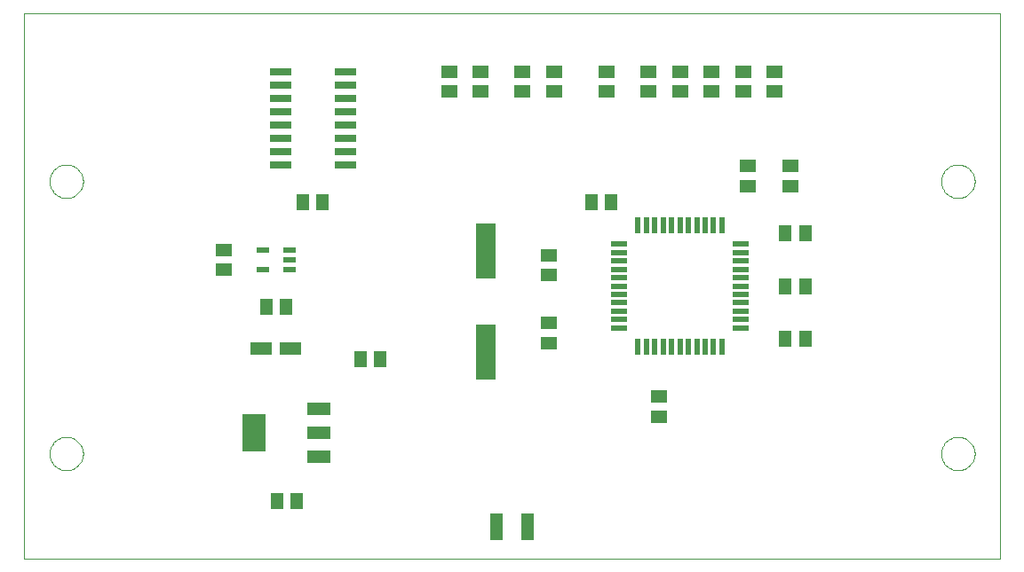
<source format=gtp>
G75*
G70*
%OFA0B0*%
%FSLAX24Y24*%
%IPPOS*%
%LPD*%
%AMOC8*
5,1,8,0,0,1.08239X$1,22.5*
%
%ADD10C,0.0000*%
%ADD11R,0.0512X0.0591*%
%ADD12R,0.0591X0.0512*%
%ADD13R,0.0500X0.1000*%
%ADD14R,0.0472X0.0217*%
%ADD15R,0.0800X0.0260*%
%ADD16R,0.0880X0.0480*%
%ADD17R,0.0866X0.1417*%
%ADD18R,0.0787X0.0472*%
%ADD19R,0.0591X0.0197*%
%ADD20R,0.0197X0.0591*%
%ADD21R,0.0760X0.2100*%
D10*
X000377Y000377D02*
X036991Y000377D01*
X036991Y020849D01*
X000377Y020849D01*
X000377Y000377D01*
X001322Y004314D02*
X001324Y004364D01*
X001330Y004414D01*
X001340Y004463D01*
X001354Y004511D01*
X001371Y004558D01*
X001392Y004603D01*
X001417Y004647D01*
X001445Y004688D01*
X001477Y004727D01*
X001511Y004764D01*
X001548Y004798D01*
X001588Y004828D01*
X001630Y004855D01*
X001674Y004879D01*
X001720Y004900D01*
X001767Y004916D01*
X001815Y004929D01*
X001865Y004938D01*
X001914Y004943D01*
X001965Y004944D01*
X002015Y004941D01*
X002064Y004934D01*
X002113Y004923D01*
X002161Y004908D01*
X002207Y004890D01*
X002252Y004868D01*
X002295Y004842D01*
X002336Y004813D01*
X002375Y004781D01*
X002411Y004746D01*
X002443Y004708D01*
X002473Y004668D01*
X002500Y004625D01*
X002523Y004581D01*
X002542Y004535D01*
X002558Y004487D01*
X002570Y004438D01*
X002578Y004389D01*
X002582Y004339D01*
X002582Y004289D01*
X002578Y004239D01*
X002570Y004190D01*
X002558Y004141D01*
X002542Y004093D01*
X002523Y004047D01*
X002500Y004003D01*
X002473Y003960D01*
X002443Y003920D01*
X002411Y003882D01*
X002375Y003847D01*
X002336Y003815D01*
X002295Y003786D01*
X002252Y003760D01*
X002207Y003738D01*
X002161Y003720D01*
X002113Y003705D01*
X002064Y003694D01*
X002015Y003687D01*
X001965Y003684D01*
X001914Y003685D01*
X001865Y003690D01*
X001815Y003699D01*
X001767Y003712D01*
X001720Y003728D01*
X001674Y003749D01*
X001630Y003773D01*
X001588Y003800D01*
X001548Y003830D01*
X001511Y003864D01*
X001477Y003901D01*
X001445Y003940D01*
X001417Y003981D01*
X001392Y004025D01*
X001371Y004070D01*
X001354Y004117D01*
X001340Y004165D01*
X001330Y004214D01*
X001324Y004264D01*
X001322Y004314D01*
X001322Y014550D02*
X001324Y014600D01*
X001330Y014650D01*
X001340Y014699D01*
X001354Y014747D01*
X001371Y014794D01*
X001392Y014839D01*
X001417Y014883D01*
X001445Y014924D01*
X001477Y014963D01*
X001511Y015000D01*
X001548Y015034D01*
X001588Y015064D01*
X001630Y015091D01*
X001674Y015115D01*
X001720Y015136D01*
X001767Y015152D01*
X001815Y015165D01*
X001865Y015174D01*
X001914Y015179D01*
X001965Y015180D01*
X002015Y015177D01*
X002064Y015170D01*
X002113Y015159D01*
X002161Y015144D01*
X002207Y015126D01*
X002252Y015104D01*
X002295Y015078D01*
X002336Y015049D01*
X002375Y015017D01*
X002411Y014982D01*
X002443Y014944D01*
X002473Y014904D01*
X002500Y014861D01*
X002523Y014817D01*
X002542Y014771D01*
X002558Y014723D01*
X002570Y014674D01*
X002578Y014625D01*
X002582Y014575D01*
X002582Y014525D01*
X002578Y014475D01*
X002570Y014426D01*
X002558Y014377D01*
X002542Y014329D01*
X002523Y014283D01*
X002500Y014239D01*
X002473Y014196D01*
X002443Y014156D01*
X002411Y014118D01*
X002375Y014083D01*
X002336Y014051D01*
X002295Y014022D01*
X002252Y013996D01*
X002207Y013974D01*
X002161Y013956D01*
X002113Y013941D01*
X002064Y013930D01*
X002015Y013923D01*
X001965Y013920D01*
X001914Y013921D01*
X001865Y013926D01*
X001815Y013935D01*
X001767Y013948D01*
X001720Y013964D01*
X001674Y013985D01*
X001630Y014009D01*
X001588Y014036D01*
X001548Y014066D01*
X001511Y014100D01*
X001477Y014137D01*
X001445Y014176D01*
X001417Y014217D01*
X001392Y014261D01*
X001371Y014306D01*
X001354Y014353D01*
X001340Y014401D01*
X001330Y014450D01*
X001324Y014500D01*
X001322Y014550D01*
X034786Y014550D02*
X034788Y014600D01*
X034794Y014650D01*
X034804Y014699D01*
X034818Y014747D01*
X034835Y014794D01*
X034856Y014839D01*
X034881Y014883D01*
X034909Y014924D01*
X034941Y014963D01*
X034975Y015000D01*
X035012Y015034D01*
X035052Y015064D01*
X035094Y015091D01*
X035138Y015115D01*
X035184Y015136D01*
X035231Y015152D01*
X035279Y015165D01*
X035329Y015174D01*
X035378Y015179D01*
X035429Y015180D01*
X035479Y015177D01*
X035528Y015170D01*
X035577Y015159D01*
X035625Y015144D01*
X035671Y015126D01*
X035716Y015104D01*
X035759Y015078D01*
X035800Y015049D01*
X035839Y015017D01*
X035875Y014982D01*
X035907Y014944D01*
X035937Y014904D01*
X035964Y014861D01*
X035987Y014817D01*
X036006Y014771D01*
X036022Y014723D01*
X036034Y014674D01*
X036042Y014625D01*
X036046Y014575D01*
X036046Y014525D01*
X036042Y014475D01*
X036034Y014426D01*
X036022Y014377D01*
X036006Y014329D01*
X035987Y014283D01*
X035964Y014239D01*
X035937Y014196D01*
X035907Y014156D01*
X035875Y014118D01*
X035839Y014083D01*
X035800Y014051D01*
X035759Y014022D01*
X035716Y013996D01*
X035671Y013974D01*
X035625Y013956D01*
X035577Y013941D01*
X035528Y013930D01*
X035479Y013923D01*
X035429Y013920D01*
X035378Y013921D01*
X035329Y013926D01*
X035279Y013935D01*
X035231Y013948D01*
X035184Y013964D01*
X035138Y013985D01*
X035094Y014009D01*
X035052Y014036D01*
X035012Y014066D01*
X034975Y014100D01*
X034941Y014137D01*
X034909Y014176D01*
X034881Y014217D01*
X034856Y014261D01*
X034835Y014306D01*
X034818Y014353D01*
X034804Y014401D01*
X034794Y014450D01*
X034788Y014500D01*
X034786Y014550D01*
X034786Y004314D02*
X034788Y004364D01*
X034794Y004414D01*
X034804Y004463D01*
X034818Y004511D01*
X034835Y004558D01*
X034856Y004603D01*
X034881Y004647D01*
X034909Y004688D01*
X034941Y004727D01*
X034975Y004764D01*
X035012Y004798D01*
X035052Y004828D01*
X035094Y004855D01*
X035138Y004879D01*
X035184Y004900D01*
X035231Y004916D01*
X035279Y004929D01*
X035329Y004938D01*
X035378Y004943D01*
X035429Y004944D01*
X035479Y004941D01*
X035528Y004934D01*
X035577Y004923D01*
X035625Y004908D01*
X035671Y004890D01*
X035716Y004868D01*
X035759Y004842D01*
X035800Y004813D01*
X035839Y004781D01*
X035875Y004746D01*
X035907Y004708D01*
X035937Y004668D01*
X035964Y004625D01*
X035987Y004581D01*
X036006Y004535D01*
X036022Y004487D01*
X036034Y004438D01*
X036042Y004389D01*
X036046Y004339D01*
X036046Y004289D01*
X036042Y004239D01*
X036034Y004190D01*
X036022Y004141D01*
X036006Y004093D01*
X035987Y004047D01*
X035964Y004003D01*
X035937Y003960D01*
X035907Y003920D01*
X035875Y003882D01*
X035839Y003847D01*
X035800Y003815D01*
X035759Y003786D01*
X035716Y003760D01*
X035671Y003738D01*
X035625Y003720D01*
X035577Y003705D01*
X035528Y003694D01*
X035479Y003687D01*
X035429Y003684D01*
X035378Y003685D01*
X035329Y003690D01*
X035279Y003699D01*
X035231Y003712D01*
X035184Y003728D01*
X035138Y003749D01*
X035094Y003773D01*
X035052Y003800D01*
X035012Y003830D01*
X034975Y003864D01*
X034941Y003901D01*
X034909Y003940D01*
X034881Y003981D01*
X034856Y004025D01*
X034835Y004070D01*
X034818Y004117D01*
X034804Y004165D01*
X034794Y004214D01*
X034788Y004264D01*
X034786Y004314D01*
D11*
X029688Y008645D03*
X028940Y008645D03*
X028940Y010613D03*
X029688Y010613D03*
X029688Y012582D03*
X028940Y012582D03*
X022404Y013763D03*
X021656Y013763D03*
X013743Y007857D03*
X012995Y007857D03*
X010200Y009826D03*
X009452Y009826D03*
X010830Y013763D03*
X011578Y013763D03*
X010593Y002542D03*
X009845Y002542D03*
D12*
X020062Y008467D03*
X020062Y009215D03*
X020062Y011026D03*
X020062Y011774D03*
X027542Y014373D03*
X027542Y015121D03*
X029117Y015121D03*
X029117Y014373D03*
X028526Y017916D03*
X028526Y018664D03*
X027345Y018664D03*
X027345Y017916D03*
X026164Y017916D03*
X026164Y018664D03*
X024983Y018664D03*
X024983Y017916D03*
X023802Y017916D03*
X023802Y018664D03*
X022227Y018664D03*
X022227Y017916D03*
X020259Y017916D03*
X020259Y018664D03*
X019078Y018664D03*
X019078Y017916D03*
X017503Y017916D03*
X017503Y018664D03*
X016322Y018664D03*
X016322Y017916D03*
X007857Y011971D03*
X007857Y011223D03*
X024196Y006460D03*
X024196Y005711D03*
D13*
X019274Y001558D03*
X018093Y001558D03*
D14*
X010337Y011223D03*
X010337Y011597D03*
X010337Y011971D03*
X009314Y011971D03*
X009314Y011223D03*
D15*
X009994Y015162D03*
X009994Y015662D03*
X009994Y016162D03*
X009994Y016662D03*
X009994Y017162D03*
X009994Y017662D03*
X009994Y018162D03*
X009994Y018662D03*
X012414Y018662D03*
X012414Y018162D03*
X012414Y017662D03*
X012414Y017162D03*
X012414Y016662D03*
X012414Y016162D03*
X012414Y015662D03*
X012414Y015162D03*
D16*
X011439Y006011D03*
X011439Y005101D03*
X011439Y004191D03*
D17*
X008999Y005101D03*
D18*
X009274Y008251D03*
X010377Y008251D03*
D19*
X022700Y009038D03*
X022700Y009353D03*
X022700Y009668D03*
X022700Y009983D03*
X022700Y010298D03*
X022700Y010613D03*
X022700Y010928D03*
X022700Y011243D03*
X022700Y011558D03*
X022700Y011873D03*
X022700Y012188D03*
X027267Y012188D03*
X027267Y011873D03*
X027267Y011558D03*
X027267Y011243D03*
X027267Y010928D03*
X027267Y010613D03*
X027267Y010298D03*
X027267Y009983D03*
X027267Y009668D03*
X027267Y009353D03*
X027267Y009038D03*
D20*
X026558Y008330D03*
X026243Y008330D03*
X025928Y008330D03*
X025613Y008330D03*
X025298Y008330D03*
X024983Y008330D03*
X024668Y008330D03*
X024353Y008330D03*
X024038Y008330D03*
X023723Y008330D03*
X023408Y008330D03*
X023408Y012897D03*
X023723Y012897D03*
X024038Y012897D03*
X024353Y012897D03*
X024668Y012897D03*
X024983Y012897D03*
X025298Y012897D03*
X025613Y012897D03*
X025928Y012897D03*
X026243Y012897D03*
X026558Y012897D03*
D21*
X017700Y011923D03*
X017700Y008123D03*
M02*

</source>
